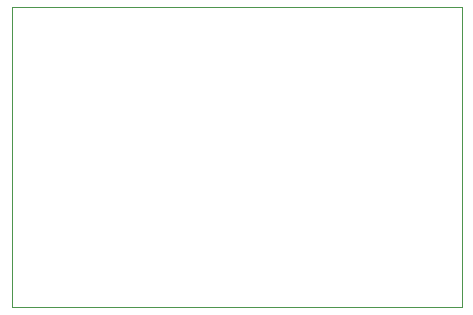
<source format=gbr>
G04 #@! TF.GenerationSoftware,KiCad,Pcbnew,(5.1.6)-1*
G04 #@! TF.CreationDate,2020-06-28T11:06:12-07:00*
G04 #@! TF.ProjectId,OGA_wifi,4f47415f-7769-4666-992e-6b696361645f,rev?*
G04 #@! TF.SameCoordinates,Original*
G04 #@! TF.FileFunction,Profile,NP*
%FSLAX46Y46*%
G04 Gerber Fmt 4.6, Leading zero omitted, Abs format (unit mm)*
G04 Created by KiCad (PCBNEW (5.1.6)-1) date 2020-06-28 11:06:12*
%MOMM*%
%LPD*%
G01*
G04 APERTURE LIST*
G04 #@! TA.AperFunction,Profile*
%ADD10C,0.050000*%
G04 #@! TD*
G04 APERTURE END LIST*
D10*
X111277400Y-105194100D02*
X111277400Y-130594100D01*
X149377400Y-105194100D02*
X111277400Y-105194100D01*
X149377400Y-130594100D02*
X149377400Y-105194100D01*
X111277400Y-130594100D02*
X149377400Y-130594100D01*
M02*

</source>
